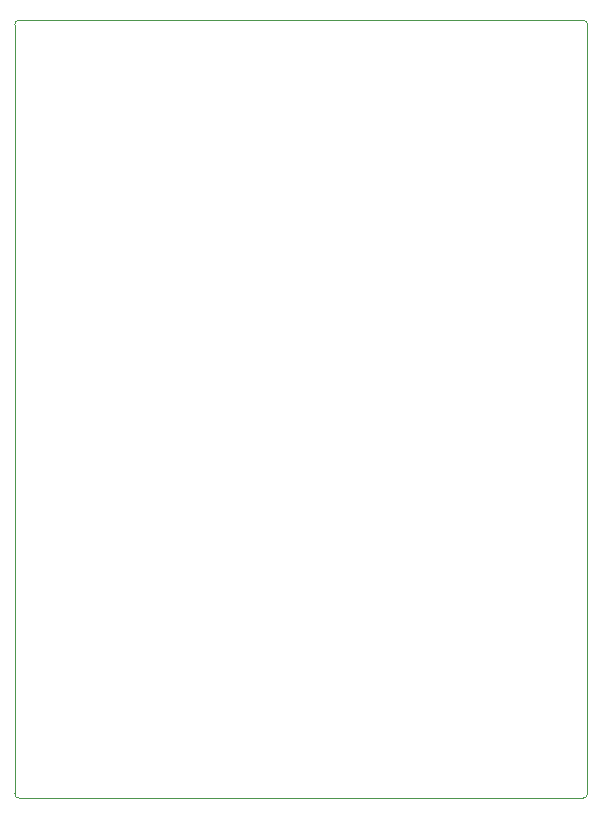
<source format=gbr>
G04 #@! TF.GenerationSoftware,KiCad,Pcbnew,(5.1.0)-1*
G04 #@! TF.CreationDate,2020-10-10T18:43:04-04:00*
G04 #@! TF.ProjectId,switch_tester,73776974-6368-45f7-9465-737465722e6b,rev?*
G04 #@! TF.SameCoordinates,Original*
G04 #@! TF.FileFunction,Profile,NP*
%FSLAX46Y46*%
G04 Gerber Fmt 4.6, Leading zero omitted, Abs format (unit mm)*
G04 Created by KiCad (PCBNEW (5.1.0)-1) date 2020-10-10 18:43:04*
%MOMM*%
%LPD*%
G04 APERTURE LIST*
%ADD10C,0.050000*%
G04 APERTURE END LIST*
D10*
X55700000Y-133600000D02*
X103400000Y-133600000D01*
X55300000Y-133200000D02*
X55300000Y-68100000D01*
X55700000Y-67700000D02*
X103400000Y-67700000D01*
X55300000Y-68100000D02*
G75*
G02X55700000Y-67700000I400000J0D01*
G01*
X55700000Y-133600000D02*
G75*
G02X55300000Y-133200000I0J400000D01*
G01*
X103800000Y-68100000D02*
X103800000Y-133200000D01*
X103400000Y-67700000D02*
G75*
G02X103800000Y-68100000I0J-400000D01*
G01*
X103800000Y-133200000D02*
G75*
G02X103400000Y-133600000I-400000J0D01*
G01*
M02*

</source>
